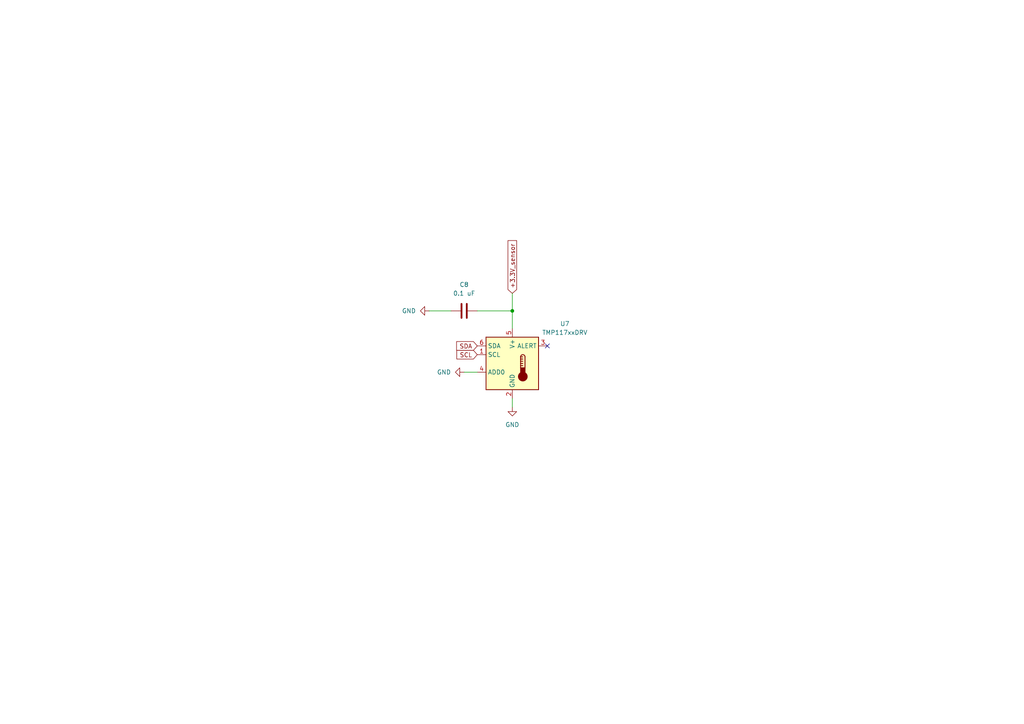
<source format=kicad_sch>
(kicad_sch (version 20250114) (generator "eeschema") (generator_version "9.0")
  (paper "A4")
  (lib_symbols
    (symbol "Device:C" (pin_numbers (hide yes)) (pin_names (offset 0.254))
      (property "Reference" "C" (at 0.635 2.54 0))
      (property "Value" "C" (at 0.635 -2.54 0))
      (symbol "C_0_1"
        (polyline (pts (xy -2.032 0.762) (xy 2.032 0.762)) (stroke (width 0.508)))
        (polyline (pts (xy -2.032 -0.762) (xy 2.032 -0.762)) (stroke (width 0.508)))
      )
      (symbol "C_1_1"
        (pin passive line (at 0 3.81 270) (length 2.794) (name "~") (number "1"))
        (pin passive line (at 0 -3.81 90) (length 2.794) (name "~") (number "2"))
      )
    )
    (symbol "Sensor_Temperature:TMP117xxDRV"
      (property "Reference" "U" (at -2.54 10.795 0))
      (property "Value" "TMP117xxDRV" (at -2.54 8.89 0))
      (symbol "TMP117xxDRV_0_1"
        (rectangle (start -7.62 7.62) (end 7.62 -7.62) (stroke (width 0.254)) (fill (type background)))
      )
      (symbol "TMP117xxDRV_1_1"
        (polyline (pts (xy 2.413 1.905) (xy 2.413 -1.27)) (stroke (width 0.254)))
        (polyline (pts (xy 2.413 1.905) (xy 3.048 1.905)) (stroke (width 0.254)))
        (polyline (pts (xy 2.413 1.27) (xy 3.048 1.27)) (stroke (width 0.254)))
        (polyline (pts (xy 2.413 0.635) (xy 3.048 0.635)) (stroke (width 0.254)))
        (polyline (pts (xy 2.413 0) (xy 3.048 0)) (stroke (width 0.254)))
        (polyline (pts (xy 2.413 -0.635) (xy 3.048 -0.635)) (stroke (width 0.254)))
        (arc (start 2.413 1.905) (mid 3.048 2.5373) (end 3.683 1.905) (stroke (width 0.254)))
        (circle (center 3.048 -3.81) (radius 1.27) (stroke (width 0.254)) (fill (type outline)))
        (polyline (pts (xy 3.683 1.905) (xy 3.683 -1.27)) (stroke (width 0.254)))
        (rectangle (start 3.683 -3.175) (end 2.413 -1.27) (stroke (width 0.254)) (fill (type outline)))
        (pin bidirectional line (at -10.16 5.08 0) (length 2.54) (name "SDA") (number "6"))
        (pin input line (at -10.16 2.54 0) (length 2.54) (name "SCL") (number "1"))
        (pin input line (at -10.16 -2.54 0) (length 2.54) (name "ADD0") (number "4"))
        (pin power_in line (at 0 10.16 270) (length 2.54) (name "V+") (number "5"))
        (pin power_in line (at 0 -10.16 90) (length 2.54) (name "GND") (number "2"))
        (pin open_collector line (at 10.16 5.08 180) (length 2.54) (name "ALERT") (number "3"))
      )
    )
    (symbol "power:GND" (power) (pin_numbers (hide yes)) (pin_names (offset 0) (hide yes))
      (property "Value" "GND" (at 0 -3.81 0))
      (symbol "GND_0_1"
        (polyline (pts (xy 0 0) (xy 0 -1.27) (xy 1.27 -1.27) (xy 0 -2.54) (xy -1.27 -1.27) (xy 0 -1.27)))
      )
      (symbol "GND_1_1"
        (pin power_in line (at 0 0 270) (length 0) (name "~") (number "1"))
      )
    )
  )
  (junction (at 148.59 90.17))
  (no_connect (at 158.75 100.33))
  (wire (pts (xy 138.43 90.17) (xy 148.59 90.17)))
  (wire (pts (xy 134.62 107.95) (xy 138.43 107.95)))
  (wire (pts (xy 148.59 115.57) (xy 148.59 118.11)))
  (wire (pts (xy 124.46 90.17) (xy 130.81 90.17)))
  (wire (pts (xy 148.59 90.17) (xy 148.59 95.25)))
  (wire (pts (xy 148.59 85.09) (xy 148.59 90.17)))
  (global_label "+3.3V_sensor" (shape input) (at 148.59 85.09 90) (property "Intersheetrefs" "${INTERSHEET_REFS}" (effects (hide yes))))
  (global_label "SCL" (shape input) (at 138.43 102.87 180) (property "Intersheetrefs" "${INTERSHEET_REFS}" (effects (hide yes))))
  (global_label "SDA" (shape input) (at 138.43 100.33 180) (property "Intersheetrefs" "${INTERSHEET_REFS}" (effects (hide yes))))
  (symbol (lib_id "power:GND") (at 148.59 118.11 0) (unit 1)
    (property "Reference" "#PWR033" (effects (hide yes)))
    (property "Value" "GND" (at 148.59 123.19 0))
    (property "Description" "Power symbol creates a global label with name \"GND\" , ground" (effects (hide yes)))
  )
  (symbol (lib_id "Sensor_Temperature:TMP117xxDRV") (at 148.59 105.41 0) (unit 1)
    (property "Reference" "U7" (at 163.83 93.9098 0))
    (property "Value" "TMP117xxDRV" (at 163.83 96.4498 0))
    (property "Footprint" "Package_SON:WSON-6-1EP_2x2mm_P0.65mm_EP1x1.6mm" (effects (hide yes)))
    (property "Datasheet" "https://www.ti.com/lit/ds/symlink/tmp117.pdf" (effects (hide yes)))
    (property "Description" "Digital Temperature Sensor with I2C/SMBus Interface, 16 bits, ±0.3°C, one-shot conversion, alert, nist traceable, EEPROM, WSON" (effects (hide yes)))
  )
  (symbol (lib_id "power:GND") (at 134.62 107.95 270) (unit 1)
    (property "Reference" "#PWR032" (effects (hide yes)))
    (property "Value" "GND" (at 130.81 107.9499 90) (effects (justify right)))
    (property "Description" "Power symbol creates a global label with name \"GND\" , ground" (effects (hide yes)))
  )
  (symbol (lib_id "Device:C") (at 134.62 90.17 90) (unit 1)
    (property "Reference" "C8" (at 134.62 82.55 90))
    (property "Value" "0.1 uF" (at 134.62 85.09 90))
    (property "Footprint" "Capacitor_SMD:C_0402_1005Metric" (effects (hide yes)))
    (property "Description" "Unpolarized capacitor" (effects (hide yes)))
  )
  (symbol (lib_id "power:GND") (at 124.46 90.17 270) (unit 1)
    (property "Reference" "#PWR031" (effects (hide yes)))
    (property "Value" "GND" (at 120.65 90.1699 90) (effects (justify right)))
    (property "Description" "Power symbol creates a global label with name \"GND\" , ground" (effects (hide yes)))
  )
)
</source>
